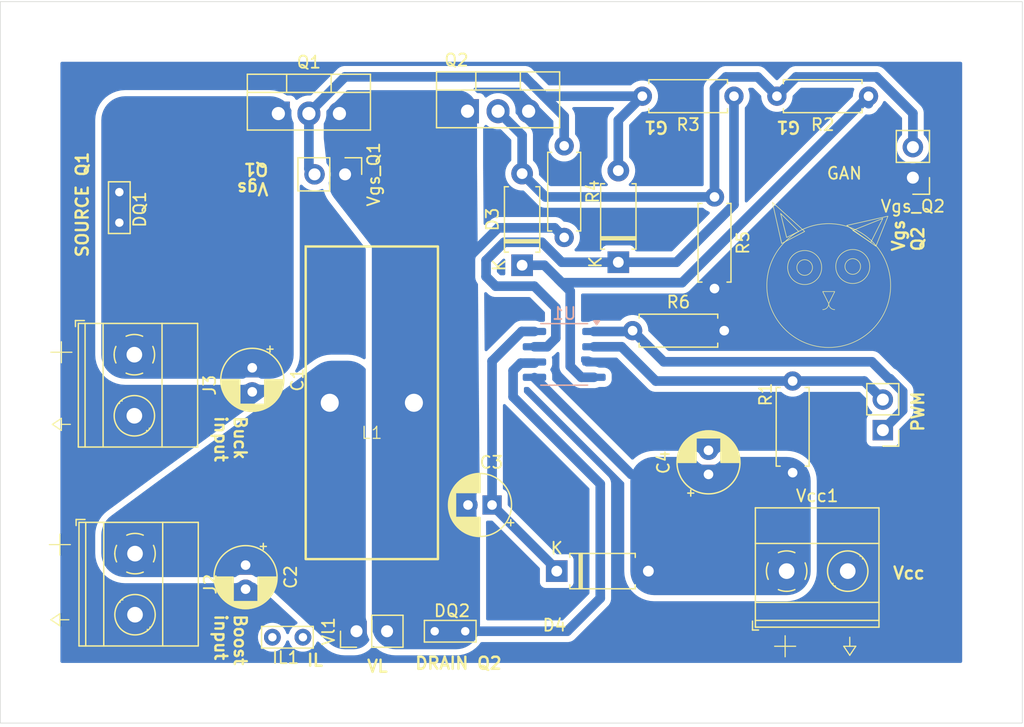
<source format=kicad_pcb>
(kicad_pcb (version 20241229) (generator "pcbnew") (generator_version "9.0")
  (layers (0 "F.Cu" signal) (2 "B.Cu" signal) (13 "F.Paste" user) (15 "B.Paste" user) (5 "F.SilkS" user "F.Silkscreen") (7 "B.SilkS" user "B.Silkscreen") (1 "F.Mask" user) (3 "B.Mask" user) (25 "Edge.Cuts" user))
  (net 0 "")
  (net 1 "Net-(J3-Pin_1)")
  (net 2 "GND")
  (net 3 "Net-(J2-Pin_1)")
  (net 4 "Net-(D4-K)")
  (net 5 "Net-(D2-K)")
  (net 6 "Net-(D3-K)")
  (net 7 "+12V")
  (net 8 "VS")
  (net 9 "HO")
  (net 10 "LO")
  (net 11 "Net-(PWM1-Pin_2)")
  (net 12 "Net-(PWM1-Pin_1)")
  (footprint "Capacitor_THT:CP_Radial_D5.0mm_P2.00mm" (layer "F.Cu") (at 124.055 111.589888 -90)
    (property "Reference" "C1" (at 1 -3.75 90) (layer "F.SilkS"))
    (property "Value" "6.8u")
    (pad "1" thru_hole rect (at 0 0 270) (size 1.6 1.6) (drill 0.8) (layers "*.Cu" "*.Mask") (net 1 "Net-(J3-Pin_1)"))
    (pad "2" thru_hole circle (at 2 0 270) (size 1.6 1.6) (drill 0.8) (layers "*.Cu" "*.Mask") (net 2 "GND"))
  )
  (footprint "Resistor_THT:R_Axial_DIN0207_L6.3mm_D2.5mm_P7.62mm_Horizontal" (layer "F.Cu") (at 162.5 97.38 -90)
    (property "Reference" "R5" (at 3.81 -2.37 270) (layer "F.SilkS"))
    (property "Value" "10k")
    (pad "1" thru_hole circle (at 0 0 270) (size 1.6 1.6) (drill 0.8) (layers "*.Cu" "*.Mask") (net 10 "LO"))
    (pad "2" thru_hole circle (at 7.62 0 270) (size 1.6 1.6) (drill 0.8) (layers "*.Cu" "*.Mask") (net 2 "GND"))
  )
  (footprint "Resistor_THT:R_Axial_DIN0207_L6.3mm_D2.5mm_P7.62mm_Horizontal" (layer "F.Cu") (at 169 120.31 90)
    (property "Reference" "R1" (at 6.5 -2.25 90) (layer "F.SilkS"))
    (property "Value" "10k")
    (pad "1" thru_hole circle (at 0 0 90) (size 1.6 1.6) (drill 0.8) (layers "*.Cu" "*.Mask") (net 7 "+12V"))
    (pad "2" thru_hole oval (at 7.62 0 90) (size 1.6 1.6) (drill 0.8) (layers "*.Cu" "*.Mask") (net 11 "Net-(PWM1-Pin_2)"))
  )
  (footprint "TerminalBlock_Phoenix:TerminalBlock_Phoenix_MKDS-1,5-2-5.08_1x02_P5.08mm_Horizontal" (layer "F.Cu") (at 114.305 127.045 -90)
    (property "Reference" "J2" (at 2.54 -6.26 90) (layer "F.SilkS"))
    (property "Value" "Screw_Terminal_01x02")
    (pad "1" thru_hole rect (at 0 0 270) (size 2.6 2.6) (drill 1.3) (layers "*.Cu" "*.Mask") (net 3 "Net-(J2-Pin_1)"))
    (pad "2" thru_hole circle (at 5.08 0 270) (size 2.6 2.6) (drill 1.3) (layers "*.Cu" "*.Mask") (net 2 "GND"))
  )
  (footprint "TerminalBlock_Phoenix:TerminalBlock_Phoenix_MKDS-1,5-2-5.08_1x02_P5.08mm_Horizontal" (layer "F.Cu") (at 168.5 128.5)
    (property "Reference" "Vcc1" (at 2.54 -6.26 0) (layer "F.SilkS"))
    (property "Value" "Screw_Terminal_01x02")
    (pad "1" thru_hole rect (at 0 0) (size 2.6 2.6) (drill 1.3) (layers "*.Cu" "*.Mask") (net 7 "+12V"))
    (pad "2" thru_hole circle (at 5.08 0) (size 2.6 2.6) (drill 1.3) (layers "*.Cu" "*.Mask") (net 2 "GND"))
  )
  (footprint "Diode_THT:D_A-405_P7.62mm_Horizontal" (layer "F.Cu") (at 154.5 102.81 90)
    (property "Reference" "D2" (hide yes))
    (property "Value" "D_Schottky")
    (fp_text user "K" (at 0 -1.9 270) (layer "F.SilkS"))
    (pad "1" thru_hole rect (at 0 0 90) (size 1.8 1.8) (drill 0.9) (layers "*.Cu" "*.Mask") (net 5 "Net-(D2-K)"))
    (pad "2" thru_hole oval (at 7.62 0 90) (size 1.8 1.8) (drill 0.9) (layers "*.Cu" "*.Mask") (net 9 "HO"))
  )
  (footprint "Connector_PinHeader_2.54mm:PinHeader_1x02_P2.54mm_Vertical" (layer "F.Cu") (at 179 95.775 180)
    (property "Reference" "Vgs_Q2" (at 0 -2.38 0) (layer "F.SilkS"))
    (property "Value" "Conn_01x02_Pin")
    (pad "1" thru_hole rect (at 0 0 180) (size 1.7 1.7) (drill 1) (layers "*.Cu" "*.Mask") (net 2 "GND"))
    (pad "2" thru_hole circle (at 0 2.54 180) (size 1.7 1.7) (drill 1) (layers "*.Cu" "*.Mask") (net 10 "LO"))
  )
  (footprint "Capacitor_THT:CP_Radial_D5.0mm_P2.00mm" (layer "F.Cu") (at 123.5 128 -90)
    (property "Reference" "C2" (at 1 -3.75 90) (layer "F.SilkS"))
    (property "Value" "2.2u")
    (pad "1" thru_hole rect (at 0 0 270) (size 1.6 1.6) (drill 0.8) (layers "*.Cu" "*.Mask") (net 3 "Net-(J2-Pin_1)"))
    (pad "2" thru_hole circle (at 2 0 270) (size 1.6 1.6) (drill 0.8) (layers "*.Cu" "*.Mask") (net 2 "GND"))
  )
  (footprint "BUCK_INDUCTOR:buck_inductor" (layer "F.Cu") (at 134 114.5)
    (property "Reference" "L1" (at 0 2.5 0) (layer "F.SilkS") (effects (font (thickness 0.1))))
    (property "Value" "1m")
    (pad "1" thru_hole circle (at -3.5 0) (size 3.5 3.5) (drill 1.5) (layers "*.Cu" "*.Mask") (net 3 "Net-(J2-Pin_1)"))
    (pad "2" thru_hole circle (at 3.5 0) (size 3.5 3.5) (drill 1.5) (layers "*.Cu" "*.Mask") (net 8 "VS"))
  )
  (footprint "Capacitor_THT:CP_Radial_D5.0mm_P2.00mm" (layer "F.Cu") (at 144 123 180)
    (property "Reference" "C3" (at 0.055 3.545 180) (layer "F.SilkS"))
    (property "Value" "100n" (hide yes))
    (pad "1" thru_hole rect (at 0 0 180) (size 1.6 1.6) (drill 0.8) (layers "*.Cu" "*.Mask") (net 4 "Net-(D4-K)"))
    (pad "2" thru_hole circle (at 2 0 180) (size 1.6 1.6) (drill 0.8) (layers "*.Cu" "*.Mask") (net 8 "VS"))
  )
  (footprint "Capacitor_THT:CP_Radial_D5.0mm_P2.00mm" (layer "F.Cu") (at 162 120.455113 90)
    (property "Reference" "C4" (at 1 -3.75 270) (layer "F.SilkS"))
    (property "Value" "100n")
    (pad "1" thru_hole rect (at 0 0 90) (size 1.6 1.6) (drill 0.8) (layers "*.Cu" "*.Mask") (net 7 "+12V"))
    (pad "2" thru_hole circle (at 2 0 90) (size 1.6 1.6) (drill 0.8) (layers "*.Cu" "*.Mask") (net 2 "GND"))
  )
  (footprint "Package_TO_SOT_THT:TO-220-3_Vertical" (layer "F.Cu") (at 126.225 90.445)
    (property "Reference" "Q1" (at 2.54 -4.27 0) (layer "F.SilkS"))
    (property "Value" "NMOS")
    (pad "1" thru_hole rect (at 0 0) (size 1.905 2) (drill 1.1) (layers "*.Cu" "*.Mask") (net 1 "Net-(J3-Pin_1)"))
    (pad "2" thru_hole oval (at 2.54 0) (size 1.905 2) (drill 1.1) (layers "*.Cu" "*.Mask") (net 9 "HO"))
    (pad "3" thru_hole oval (at 5.08 0) (size 1.905 2) (drill 1.1) (layers "*.Cu" "*.Mask") (net 8 "VS"))
  )
  (footprint "Resistor_THT:R_Axial_DIN0207_L6.3mm_D2.5mm_P7.62mm_Horizontal" (layer "F.Cu") (at 164.12 89 180)
    (property "Reference" "R3" (at 3.81 -2.37 0) (layer "F.SilkS"))
    (property "Value" "10")
    (pad "1" thru_hole circle (at 0 0 180) (size 1.6 1.6) (drill 0.8) (layers "*.Cu" "*.Mask") (net 5 "Net-(D2-K)"))
    (pad "2" thru_hole circle (at 7.62 0 180) (size 1.6 1.6) (drill 0.8) (layers "*.Cu" "*.Mask") (net 9 "HO"))
  )
  (footprint "TestPoint:TestPoint_Bridge_Pitch2.54mm_Drill0.7mm" (layer "F.Cu") (at 113 99.52 90)
    (property "Reference" "DQ1" (at 1.1 1.7 90) (layer "F.SilkS"))
    (property "Value" "TestPoint")
    (pad "1" thru_hole circle (at 0 0 90) (size 1.4 1.4) (drill 0.7) (layers "*.Cu" "*.Mask") (net 1 "Net-(J3-Pin_1)"))
    (pad "1" thru_hole circle (at 2.54 0 90) (size 1.4 1.4) (drill 0.7) (layers "*.Cu" "*.Mask") (net 1 "Net-(J3-Pin_1)"))
  )
  (footprint "Resistor_THT:R_Axial_DIN0207_L6.3mm_D2.5mm_P7.62mm_Horizontal" (layer "F.Cu") (at 175.31 89 180)
    (property "Reference" "R2" (at 3.81 -2.37 0) (layer "F.SilkS"))
    (property "Value" "10")
    (pad "1" thru_hole circle (at 0 0 180) (size 1.6 1.6) (drill 0.8) (layers "*.Cu" "*.Mask") (net 6 "Net-(D3-K)"))
    (pad "2" thru_hole circle (at 7.62 0 180) (size 1.6 1.6) (drill 0.8) (layers "*.Cu" "*.Mask") (net 10 "LO"))
  )
  (footprint "Resistor_THT:R_Axial_DIN0207_L6.3mm_D2.5mm_P7.62mm_Horizontal" (layer "F.Cu") (at 150 93.13 -90)
    (property "Reference" "R4" (at 3.81 -2.37 90) (layer "F.SilkS"))
    (property "Value" "10k")
    (pad "1" thru_hole circle (at 0 0 270) (size 1.6 1.6) (drill 0.8) (layers "*.Cu" "*.Mask") (net 9 "HO"))
    (pad "2" thru_hole oval (at 7.62 0 270) (size 1.6 1.6) (drill 0.8) (layers "*.Cu" "*.Mask") (net 8 "VS"))
  )
  (footprint "Diode_THT:D_A-405_P7.62mm_Horizontal" (layer "F.Cu") (at 146.5 103.06 90)
    (property "Reference" "D3" (at 3.81 -2.47 270) (layer "F.SilkS"))
    (property "Value" "D_Schottky")
    (fp_text user "K" (at 0 -1.9 270) (layer "F.SilkS"))
    (pad "1" thru_hole rect (at 0 0 90) (size 1.8 1.8) (drill 0.9) (layers "*.Cu" "*.Mask") (net 6 "Net-(D3-K)"))
    (pad "2" thru_hole oval (at 7.62 0 90) (size 1.8 1.8) (drill 0.9) (layers "*.Cu" "*.Mask") (net 10 "LO"))
  )
  (footprint "Connector_PinHeader_2.54mm:PinHeader_1x02_P2.54mm_Vertical" (layer "F.Cu") (at 176.5 116.775 180)
    (property "Reference" "PWM1" (hide yes))
    (property "Value" "Conn_01x02_Pin")
    (pad "1" thru_hole rect (at 0 0 180) (size 1.7 1.7) (drill 1) (layers "*.Cu" "*.Mask") (net 12 "Net-(PWM1-Pin_1)"))
    (pad "2" thru_hole oval (at 0 2.54 180) (size 1.7 1.7) (drill 1) (layers "*.Cu" "*.Mask") (net 11 "Net-(PWM1-Pin_2)"))
  )
  (footprint "TerminalBlock_Phoenix:TerminalBlock_Phoenix_MKDS-1,5-2-5.08_1x02_P5.08mm_Horizontal" (layer "F.Cu") (at 114.25 110.5 -90)
    (property "Reference" "J3" (at 2.54 -6.26 90) (layer "F.SilkS"))
    (property "Value" "Screw_Terminal_01x02")
    (pad "1" thru_hole rect (at 0 0 270) (size 2.6 2.6) (drill 1.3) (layers "*.Cu" "*.Mask") (net 1 "Net-(J3-Pin_1)"))
    (pad "2" thru_hole circle (at 5.08 0 270) (size 2.6 2.6) (drill 1.3) (layers "*.Cu" "*.Mask") (net 2 "GND"))
  )
  (footprint "Package_TO_SOT_THT:TO-220-3_Vertical" (layer "F.Cu") (at 141.96 90.25)
    (property "Reference" "Q2" (at -0.92 -4.25 0) (layer "F.SilkS"))
    (property "Value" "NMOS")
    (pad "1" thru_hole rect (at 0 0) (size 1.905 2) (drill 1.1) (layers "*.Cu" "*.Mask") (net 8 "VS"))
    (pad "2" thru_hole oval (at 2.54 0) (size 1.905 2) (drill 1.1) (layers "*.Cu" "*.Mask") (net 10 "LO"))
    (pad "3" thru_hole oval (at 5.08 0) (size 1.905 2) (drill 1.1) (layers "*.Cu" "*.Mask") (net 2 "GND"))
  )
  (footprint "TestPoint:TestPoint_Bridge_Pitch2.54mm_Drill0.7mm" (layer "F.Cu") (at 125.73 134)
    (property "Reference" "IL1" (at 1.1 1.7 0) (layer "F.SilkS"))
    (property "Value" "TestPoint")
    (pad "1" thru_hole circle (at 0 0) (size 1.4 1.4) (drill 0.7) (layers "*.Cu" "*.Mask") (net 3 "Net-(J2-Pin_1)"))
    (pad "1" thru_hole circle (at 2.54 0) (size 1.4 1.4) (drill 0.7) (layers "*.Cu" "*.Mask") (net 3 "Net-(J2-Pin_1)"))
  )
  (footprint "Connector_PinHeader_2.54mm:PinHeader_1x02_P2.54mm_Vertical" (layer "F.Cu") (at 131.775 95.5 -90)
    (property "Reference" "Vgs_Q1" (at 0 -2.38 90) (layer "F.SilkS"))
    (property "Value" "Conn_01x02_Pin")
    (pad "1" thru_hole rect (at 0 0 270) (size 1.7 1.7) (drill 1) (layers "*.Cu" "*.Mask") (net 8 "VS"))
    (pad "2" thru_hole circle (at 0 2.54 270) (size 1.7 1.7) (drill 1) (layers "*.Cu" "*.Mask") (net 9 "HO"))
  )
  (footprint "Connector_PinHeader_2.54mm:PinHeader_1x02_P2.54mm_Vertical" (layer "F.Cu") (at 132.725 133.5 90)
    (property "Reference" "Vl1" (at 0 -2.33 270) (layer "F.SilkS"))
    (property "Value" "Conn_01x02_Pin")
    (pad "1" thru_hole rect (at 0 0 90) (size 1.7 1.7) (drill 1) (layers "*.Cu" "*.Mask") (net 3 "Net-(J2-Pin_1)"))
    (pad "2" thru_hole oval (at 0 2.54 90) (size 1.7 1.7) (drill 1) (layers "*.Cu" "*.Mask") (net 8 "VS"))
  )
  (footprint "Resistor_THT:R_Axial_DIN0207_L6.3mm_D2.5mm_P7.62mm_Horizontal" (layer "F.Cu") (at 155.69 108.5)
    (property "Reference" "R6" (at 3.81 -2.37 0) (layer "F.SilkS"))
    (property "Value" "10k")
    (pad "1" thru_hole circle (at 0 0) (size 1.6 1.6) (drill 0.8) (layers "*.Cu" "*.Mask") (net 12 "Net-(PWM1-Pin_1)"))
    (pad "2" thru_hole oval (at 7.62 0) (size 1.6 1.6) (drill 0.8) (layers "*.Cu" "*.Mask") (net 2 "GND"))
  )
  (footprint "Diode_THT:D_A-405_P7.62mm_Horizontal" (layer "F.Cu") (at 149.38 128.5)
    (property "Reference" "D4" (at -0.19 4.5 0) (layer "F.SilkS"))
    (property "Value" "D_Schottky")
    (fp_text user "K" (at 0 -1.9 0) (layer "F.SilkS"))
    (pad "1" thru_hole rect (at 0 0) (size 1.8 1.8) (drill 0.9) (layers "*.Cu" "*.Mask") (net 4 "Net-(D4-K)"))
    (pad "2" thru_hole oval (at 7.62 0) (size 1.8 1.8) (drill 0.9) (layers "*.Cu" "*.Mask") (net 7 "+12V"))
  )
  (footprint "TestPoint:TestPoint_Bridge_Pitch2.54mm_Drill0.7mm" (layer "F.Cu") (at 141.77 133.5 180)
    (property "Reference" "DQ2" (at 1.1 1.7 0) (layer "F.SilkS"))
    (property "Value" "TestPoint")
    (pad "1" thru_hole circle (at 0 0 180) (size 1.4 1.4) (drill 0.7) (layers "*.Cu" "*.Mask") (net 8 "VS"))
    (pad "1" thru_hole circle (at 2.54 0 180) (size 1.4 1.4) (drill 0.7) (layers "*.Cu" "*.Mask") (net 8 "VS"))
  )
  (footprint "Package_SO:SOIC-8_3.9x4.9mm_P1.27mm" (layer "B.Cu") (at 150 110.475 180)
    (property "Reference" "U1" (at 0 3.4 0) (layer "B.SilkS") (effects (justify mirror)))
    (property "Value" "IR2184")
    (pad "1" smd roundrect (at -2.475 1.905 180) (size 1.95 0.6) (layers "B.Cu" "B.Mask" "B.Paste") (net 12 "Net-(PWM1-Pin_1)"))
    (pad "2" smd roundrect (at -2.475 0.635 180) (size 1.95 0.6) (layers "B.Cu" "B.Mask" "B.Paste") (net 11 "Net-(PWM1-Pin_2)"))
    (pad "3" smd roundrect (at -2.475 -0.635 180) (size 1.95 0.6) (layers "B.Cu" "B.Mask" "B.Paste") (net 2 "GND"))
    (pad "4" smd roundrect (at -2.475 -1.905 180) (size 1.95 0.6) (layers "B.Cu" "B.Mask" "B.Paste") (net 6 "Net-(D3-K)"))
    (pad "5" smd roundrect (at 2.475 -1.905 180) (size 1.95 0.6) (layers "B.Cu" "B.Mask" "B.Paste") (net 7 "+12V"))
    (pad "6" smd roundrect (at 2.475 -0.635 180) (size 1.95 0.6) (layers "B.Cu" "B.Mask" "B.Paste") (net 8 "VS"))
    (pad "7" smd roundrect (at 2.475 0.635 180) (size 1.95 0.6) (layers "B.Cu" "B.Mask" "B.Paste") (net 5 "Net-(D2-K)"))
    (pad "8" smd roundrect (at 2.475 1.905 180) (size 1.95 0.6) (layers "B.Cu" "B.Mask" "B.Paste") (net 4 "Net-(D4-K)"))
  )
  (gr_line (start 174.25 134.75) (end 173.75 134.75) (stroke (width 0.1)) (layer "F.SilkS"))
  (gr_line (start 108.18 116.795) (end 108.18 116.295) (stroke (width 0.1)) (layer "F.SilkS"))
  (gr_line (start 108.18 109.42) (end 108.18 111.17) (stroke (width 0.1)) (layer "F.SilkS"))
  (gr_line (start 108.18 115.795) (end 107.43 116.295) (stroke (width 0.1)) (layer "F.SilkS"))
  (gr_line (start 173.75 134) (end 173.75 134.75) (stroke (width 0.1)) (layer "F.SilkS"))
  (gr_circle (center 174 103.164213) (end 175.414214 103.164213) (stroke (width 0.05)) (fill no) (layer "F.SilkS"))
  (gr_line (start 168.375 133.875) (end 168.375 135.625) (stroke (width 0.1)) (layer "F.SilkS"))
  (gr_line (start 107.43 116.295) (end 108.18 116.795) (stroke (width 0.1)) (layer "F.SilkS"))
  (gr_line (start 107.305 110.295) (end 109.055 110.295) (stroke (width 0.1)) (layer "F.SilkS"))
  (gr_line (start 107.18 126.295) (end 108.93 126.295) (stroke (width 0.1)) (layer "F.SilkS"))
  (gr_line (start 108.055 125.42) (end 108.055 127.17) (stroke (width 0.1)) (layer "F.SilkS"))
  (gr_circle (center 174 103.164213) (end 174.649286 103.164213) (stroke (width 0.05)) (fill no) (layer "F.SilkS"))
  (gr_line (start 108.055 132.045) (end 107.305 132.545) (stroke (width 0.1)) (layer "F.SilkS"))
  (gr_line (start 108.055 133.045) (end 108.055 132.545) (stroke (width 0.1)) (layer "F.SilkS"))
  (gr_line (start 173.75 135.5) (end 174.25 134.75) (stroke (width 0.1)) (layer "F.SilkS"))
  (gr_line (start 108.805 132.545) (end 108.055 132.545) (stroke (width 0.1)) (layer "F.SilkS"))
  (gr_poly (pts (xy 168.086207 101.25) (xy 167.315696 97.823722) (xy 170 100.25)) (stroke (width 0.05)) (fill no) (layer "F.SilkS"))
  (gr_poly (pts (xy 168.5 100.75) (xy 168 98.75) (xy 169.5 100.25)) (stroke (width 0.05)) (fill no) (layer "F.SilkS"))
  (gr_arc (start 172 106.25) (mid 171.853553 106.603553) (end 171.5 106.75) (stroke (width 0.05)) (layer "F.SilkS"))
  (gr_line (start 108.93 116.295) (end 108.18 116.295) (stroke (width 0.1)) (layer "F.SilkS"))
  (gr_line (start 108.18 116.295) (end 108.18 115.795) (stroke (width 0.1)) (layer "F.SilkS"))
  (gr_line (start 167.5 134.75) (end 169.25 134.75) (stroke (width 0.1)) (layer "F.SilkS"))
  (gr_line (start 173.25 134.75) (end 173.75 135.5) (stroke (width 0.1)) (layer "F.SilkS"))
  (gr_poly (pts (xy 171.5 105.25) (xy 172.5 105.25) (xy 172 106.25)) (stroke (width 0.05)) (fill no) (layer "F.SilkS"))
  (gr_circle (center 170 103.25) (end 170.649286 103.25) (stroke (width 0.05)) (fill no) (layer "F.SilkS"))
  (gr_circle (center 172 104.75) (end 177.147815 104.75) (stroke (width 0.05)) (fill no) (layer "F.SilkS"))
  (gr_line (start 173.75 134.75) (end 173.25 134.75) (stroke (width 0.1)) (layer "F.SilkS"))
  (gr_line (start 108.055 132.545) (end 108.055 132.045) (stroke (width 0.1)) (layer "F.SilkS"))
  (gr_circle (center 170 103.25) (end 171.414214 103.25) (stroke (width 0.05)) (fill no) (layer "F.SilkS"))
  (gr_poly (pts (xy 173.5 99.75) (xy 176.926278 98.979489) (xy 175.926278 101.479489)) (stroke (width 0.05)) (fill no) (layer "F.SilkS"))
  (gr_arc (start 172.5 106.75) (mid 172.146447 106.603553) (end 172 106.25) (stroke (width 0.05)) (layer "F.SilkS"))
  (gr_line (start 107.305 132.545) (end 108.055 133.045) (stroke (width 0.1)) (layer "F.SilkS"))
  (gr_poly (pts (xy 174 100.163793) (xy 176.5 99.163793) (xy 175.5 101.163793)) (stroke (width 0.05)) (fill no) (layer "F.SilkS"))
  (gr_rect (start 103.1 81.137258) (end 188.1 141.137258) (stroke (width 0.05)) (fill no) (layer "Edge.Cuts"))
  (gr_text "G1\n" (at 158.75 91 180) (layer "F.SilkS") (effects (font (size 1 1) (thickness 0.2)) (justify left bottom)))
  (gr_text "Vgs \nQ1" (at 125.5 94.5 180) (layer "F.SilkS") (effects (font (size 1 1) (thickness 0.2)) (justify left bottom)))
  (gr_text "G1\n" (at 169.75 91 180) (layer "F.SilkS") (effects (font (size 1 1) (thickness 0.2)) (justify left bottom)))
  (gr_text "Buck\ninput\n\n" (at 119.25 115.5 270) (layer "F.SilkS") (effects (font (size 1 1) (thickness 0.2) (bold yes)) (justify left bottom)))
  (gr_text "Vgs\nQ2\n" (at 180 102 90) (layer "F.SilkS") (effects (font (size 1 1) (thickness 0.2)) (justify left bottom)))
  (gr_text "PWM" (at 180 117 90) (layer "F.SilkS") (effects (font (size 1 1) (thickness 0.2) (bold yes)) (justify left bottom)))
  (gr_text "Boost\ninput\n\n" (at 119.25 132 270) (layer "F.SilkS") (effects (font (size 1 1) (thickness 0.2) (bold yes)) (justify left bottom)))
  (gr_text "Vcc\n" (at 177.25 129.25 0) (layer "F.SilkS") (effects (font (size 1 1) (thickness 0.2) (bold yes)) (justify left bottom)))
  (gr_text "IL\n" (at 128.5 136.5 0) (layer "F.SilkS") (effects (font (size 1 1) (thickness 0.2) (bold yes)) (justify left bottom)))
  (gr_text "VL" (at 133.5 137 0) (layer "F.SilkS") (effects (font (size 1 1) (thickness 0.2) (bold yes)) (justify left bottom)))
  (gr_text "SOURCE Q1\n" (at 110.5 102.5 90) (layer "F.SilkS") (effects (font (size 1 1) (thickness 0.2)) (justify left bottom)))
  (gr_text "DRAIN Q2" (at 137.5 136.75 0) (layer "F.SilkS") (effects (font (size 1 1) (thickness 0.2)) (justify left bottom)))
  (gr_text "GAN\n" (at 171.75 96 0) (layer "F.SilkS") (effects (font (size 1 1)) (justify left bottom)))
  (segment (start 149.38 128.38) (end 144 123) (width 0.8) (layer "B.Cu") (net 4))
  (segment (start 147.525 108.57) (end 146.470926 108.57) (width 0.8) (layer "B.Cu") (net 4))
  (segment (start 144 111.040926) (end 144 123) (width 0.8) (layer "B.Cu") (net 4))
  (segment (start 149.38 128.5) (end 149.38 128.38) (width 0.8) (layer "B.Cu") (net 4))
  (segment (start 146.470926 108.57) (end 144 111.040926) (width 0.8) (layer "B.Cu") (net 4))
  (segment (start 154.5 102.81) (end 159.334156 102.81) (width 0.8) (layer "B.Cu") (net 5))
  (segment (start 143.5 104) (end 143.5 102.658) (width 0.8) (layer "B.Cu") (net 5))
  (segment (start 143.5 102.658) (end 145.007999 101.150001) (width 0.8) (layer "B.Cu") (net 5))
  (segment (start 148.135845 101.150001) (end 149.795844 102.81) (width 0.8) (layer "B.Cu") (net 5))
  (segment (start 149.795844 102.81) (end 154.5 102.81) (width 0.8) (layer "B.Cu") (net 5))
  (segment (start 145.007999 101.150001) (end 148.135845 101.150001) (width 0.8) (layer "B.Cu") (net 5))
  (segment (start 147.51113 104.8) (end 144.3 104.8) (width 0.8) (layer "B.Cu") (net 5))
  (segment (start 148.579074 109.84) (end 149.301 109.118074) (width 0.8) (layer "B.Cu") (net 5))
  (segment (start 149.301 109.118074) (end 149.301 106.58987) (width 0.8) (layer "B.Cu") (net 5))
  (segment (start 147.525 109.84) (end 148.579074 109.84) (width 0.8) (layer "B.Cu") (net 5))
  (segment (start 159.334156 102.81) (end 164.12 98.024156) (width 0.8) (layer "B.Cu") (net 5))
  (segment (start 144.3 104.8) (end 143.5 104) (width 0.8) (layer "B.Cu") (net 5))
  (segment (start 154.5 102.81) (end 154.011 103.299) (width 0.8) (layer "B.Cu") (net 5))
  (segment (start 149.301 106.58987) (end 147.51113 104.8) (width 0.8) (layer "B.Cu") (net 5))
  (segment (start 164.12 98.024156) (end 164.12 89) (width 0.8) (layer "B.Cu") (net 5))
  (segment (start 150.501 105.212212) (end 149.519394 104.230606) (width 0.8) (layer "B.Cu") (net 6))
  (segment (start 148.348788 103.06) (end 149.519394 104.230606) (width 0.8) (layer "B.Cu") (net 6))
  (segment (start 159.799 104.511) (end 175.31 89) (width 0.8) (layer "B.Cu") (net 6))
  (segment (start 151.420926 112.38) (end 150.501 111.460074) (width 0.8) (layer "B.Cu") (net 6))
  (segment (start 175.31 89) (end 175.31 89.624074) (width 0.8) (layer "B.Cu") (net 6))
  (segment (start 150.501 111.460074) (end 150.501 105.212212) (width 0.8) (layer "B.Cu") (net 6))
  (segment (start 152.475 112.38) (end 151.420926 112.38) (width 0.8) (layer "B.Cu") (net 6))
  (segment (start 149.799788 104.511) (end 159.799 104.511) (width 0.8) (layer "B.Cu") (net 6))
  (segment (start 146.5 103.06) (end 148.348788 103.06) (width 0.8) (layer "B.Cu") (net 6))
  (segment (start 149.519394 104.230606) (end 149.799788 104.511) (width 0.8) (layer "B.Cu") (net 6))
  (segment (start 155.576113 120.455113) (end 162 120.455113) (width 0.8) (layer "B.Cu") (net 7))
  (segment (start 147.525 112.404) (end 155.576113 120.455113) (width 0.8) (layer "B.Cu") (net 7))
  (segment (start 147.525 111.202) (end 146.378926 111.202) (width 0.8) (layer "B.Cu") (net 8))
  (segment (start 144.510943 99.950001) (end 137.5 106.960944) (width 0.8) (layer "B.Cu") (net 8))
  (segment (start 153 130.75) (end 150.25 133.5) (width 0.8) (layer "B.Cu") (net 8))
  (segment (start 150 100.75) (end 149.200001 99.950001) (width 0.8) (layer "B.Cu") (net 8))
  (segment (start 145.749 111.831926) (end 145.749 113.999) (width 0.8) (layer "B.Cu") (net 8))
  (segment (start 145.749 113.999) (end 153 121.25) (width 0.8) (layer "B.Cu") (net 8))
  (segment (start 137.5 106.960944) (end 137.5 114.5) (width 0.8) (layer "B.Cu") (net 8))
  (segment (start 150.25 133.5) (end 141.77 133.5) (width 0.8) (layer "B.Cu") (net 8))
  (segment (start 149.200001 99.950001) (end 144.510943 99.950001) (width 0.8) (layer "B.Cu") (net 8))
  (segment (start 146.378926 111.202) (end 145.749 111.831926) (width 0.8) (layer "B.Cu") (net 8))
  (segment (start 153 121.25) (end 153 130.75) (width 0.8) (layer "B.Cu") (net 8))
  (segment (start 128.765 95.03) (end 129.235 95.5) (width 0.8) (layer "B.Cu") (net 9))
  (segment (start 154.5 95.19) (end 154.5 91) (width 0.8) (layer "B.Cu") (net 9))
  (segment (start 154.5 91) (end 156.5 89) (width 0.8) (layer "B.Cu") (net 9))
  (segment (start 146.707324 87.390001) (end 147.408661 88.091339) (width 0.8) (layer "B.Cu") (net 9))
  (segment (start 150 93.13) (end 150 90.682677) (width 0.8) (layer "B.Cu") (net 9))
  (segment (start 150 90.682677) (end 148.317323 89) (width 0.8) (layer "B.Cu") (net 9))
  (segment (start 148.317323 89) (end 156.5 89) (width 0.8) (layer "B.Cu") (net 9))
  (segment (start 147.408661 88.091339) (end 148.317323 89) (width 0.8) (layer "B.Cu") (net 9))
  (segment (start 131.772499 87.390001) (end 128.765 90.3975) (width 0.8) (layer "B.Cu") (net 9))
  (segment (start 128.765 90.3975) (end 128.765 90.445) (width 0.8) (layer "B.Cu") (net 9))
  (segment (start 128.765 90.445) (end 128.765 95.03) (width 0.8) (layer "B.Cu") (net 9))
  (segment (start 131.772499 87.390001) (end 146.707324 87.390001) (width 0.8) (layer "B.Cu") (net 9))
  (segment (start 150 90.682678) (end 147.408661 88.091339) (width 0.8) (layer "B.Cu") (net 9))
  (segment (start 166.089 87.399) (end 163.456844 87.399) (width 0.8) (layer "B.Cu") (net 10))
  (segment (start 179 90.425844) (end 175.973156 87.399) (width 0.8) (layer "B.Cu") (net 10))
  (segment (start 163.456844 87.399) (end 162.5 88.355844) (width 0.8) (layer "B.Cu") (net 10))
  (segment (start 175.973156 87.399) (end 169.291 87.399) (width 0.8) (layer "B.Cu") (net 10))
  (segment (start 162.5 88.355844) (end 162.5 97.38) (width 0.8) (layer "B.Cu") (net 10))
  (segment (start 179 93.235) (end 179 90.425844) (width 0.8) (layer "B.Cu") (net 10))
  (segment (start 146.5 92.25) (end 144.5 90.25) (width 0.8) (layer "B.Cu") (net 10))
  (segment (start 169.291 87.399) (end 167.69 89) (width 0.8) (layer "B.Cu") (net 10))
  (segment (start 167.69 89) (end 166.089 87.399) (width 0.8) (layer "B.Cu") (net 10))
  (segment (start 148.44 97.38) (end 162.5 97.38) (width 0.8) (layer "B.Cu") (net 10))
  (segment (start 146.5 95.44) (end 146.5 92.25) (width 0.8) (layer "B.Cu") (net 10))
  (segment (start 146.5 95.44) (end 148.44 97.38) (width 0.8) (layer "B.Cu") (net 10))
  (segment (start 176.5 114.235) (end 174.955 112.69) (width 0.8) (layer "B.Cu") (net 11))
  (segment (start 154.765844 109.84) (end 157.615844 112.69) (width 0.8) (layer "B.Cu") (net 11))
  (segment (start 174.955 112.69) (end 169 112.69) (width 0.8) (layer "B.Cu") (net 11))
  (segment (start 157.615844 112.69) (end 169 112.69) (width 0.8) (layer "B.Cu") (net 11))
  (segment (start 152.475 109.84) (end 154.765844 109.84) (width 0.8) (layer "B.Cu") (net 11))
  (segment (start 177 112.5) (end 175.589 111.089) (width 0.8) (layer "B.Cu") (net 12))
  (segment (start 178.151 115.124) (end 178.151 113.551133) (width 0.8) (layer "B.Cu") (net 12))
  (segment (start 175.589 111.089) (end 158.279 111.089) (width 0.8) (layer "B.Cu") (net 12))
  (segment (start 155.62 108.57) (end 155.69 108.5) (width 0.8) (layer "B.Cu") (net 12))
  (segment (start 178.151 113.551133) (end 177.099867 112.5) (width 0.8) (layer "B.Cu") (net 12))
  (segment (start 158.279 111.089) (end 155.69 108.5) (width 0.8) (layer "B.Cu") (net 12))
  (segment (start 177.099867 112.5) (end 177 112.5) (width 0.8) (layer "B.Cu") (net 12))
  (segment (start 176.5 116.775) (end 178.151 115.124) (width 0.8) (layer "B.Cu") (net 12))
  (segment (start 152.475 108.57) (end 155.62 108.57) (width 0.8) (layer "B.Cu") (net 12))
  (zone (net 1) (net_name "Net-(J3-Pin_1)") (layer "B.Cu") (priority 3) (connect_pads yes (clearance 0.5)) (min_thickness 0.25) (fill yes (thermal_gap 0.5) (thermal_bridge_width 0.5) (smoothing fillet) (radius 2) (island_removal_mode 1) (island_area_min 10))
    (polygon (pts (xy 111.5 112.5) (xy 111.5 89) (xy 127.5 89) (xy 127.5 112.5)))
  )
  (zone (net 3) (net_name "Net-(J2-Pin_1)") (layer "B.Cu") (priority 3) (connect_pads yes (clearance 0.5)) (min_thickness 0.25) (fill yes (thermal_gap 0.5) (thermal_bridge_width 0.5) (smoothing fillet) (radius 2) (island_removal_mode 1) (island_area_min 10))
    (polygon (pts (xy 111.5 129) (xy 111.5 124.5) (xy 116.25 121) (xy 130 111) (xy 134 111) (xy 134 135) (xy 131 135) (xy 124.5 129)))
  )
  (zone (net 8) (net_name "VS") (layer "B.Cu") (priority 3) (connect_pads yes (clearance 0.5)) (min_thickness 0.25) (fill yes (thermal_gap 0.5) (thermal_bridge_width 0.5) (smoothing fillet) (radius 2) (island_removal_mode 1) (island_area_min 10))
    (polygon (pts (xy 130 92.5) (xy 130 88.5) (xy 142.75 88.5) (xy 142.75 91.75) (xy 142.75 94.75) (xy 143 125.5) (xy 143 135) (xy 134 135) (xy 134 101.5) (xy 130.5 97)))
  )
  (zone (net 7) (net_name "+12V") (layer "B.Cu") (priority 3) (connect_pads yes (clearance 0.5)) (min_thickness 0.25) (fill yes (thermal_gap 0.5) (thermal_bridge_width 0.5) (smoothing fillet) (radius 2) (island_removal_mode 1) (island_area_min 10))
    (polygon (pts (xy 155.5 130.5) (xy 170.5 130.5) (xy 170.5 119) (xy 155.5 119)))
  )
  (zone (net 2) (net_name "GND") (layer "B.Cu") (priority 1) (connect_pads yes (clearance 0.5)) (min_thickness 0.25) (fill yes (thermal_gap 0.5) (thermal_bridge_width 0.5) (smoothing fillet) (radius 5) (island_removal_mode 1) (island_area_min 10))
    (polygon (pts (xy 103.25 81.25) (xy 103.25 141.25) (xy 188 141.5) (xy 188.25 81)))
  )
)
</source>
